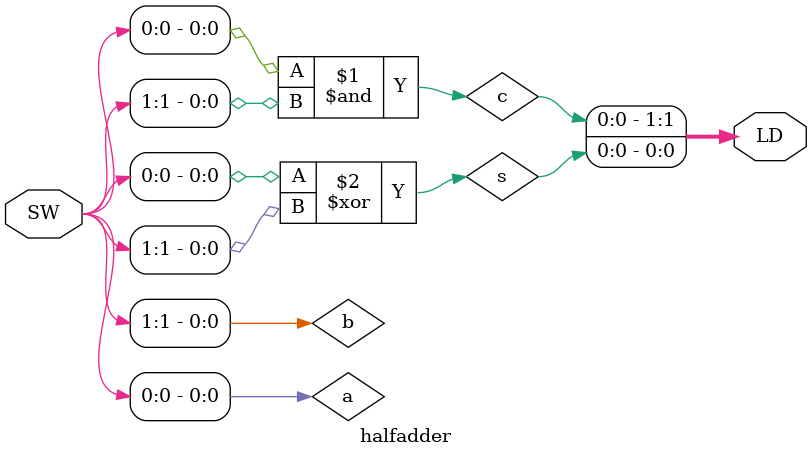
<source format=sv>
`timescale 1ns / 1ps


module halfadder(

input logic [1:0] SW,
output logic [1:0] LD
);
logic a,b,s,c;

assign a=SW[0];
assign b=SW[1];
assign s=LD[0];
assign c=LD[1];

and carry(c,a,b );
xor sum (s,a,b);

endmodule

</source>
